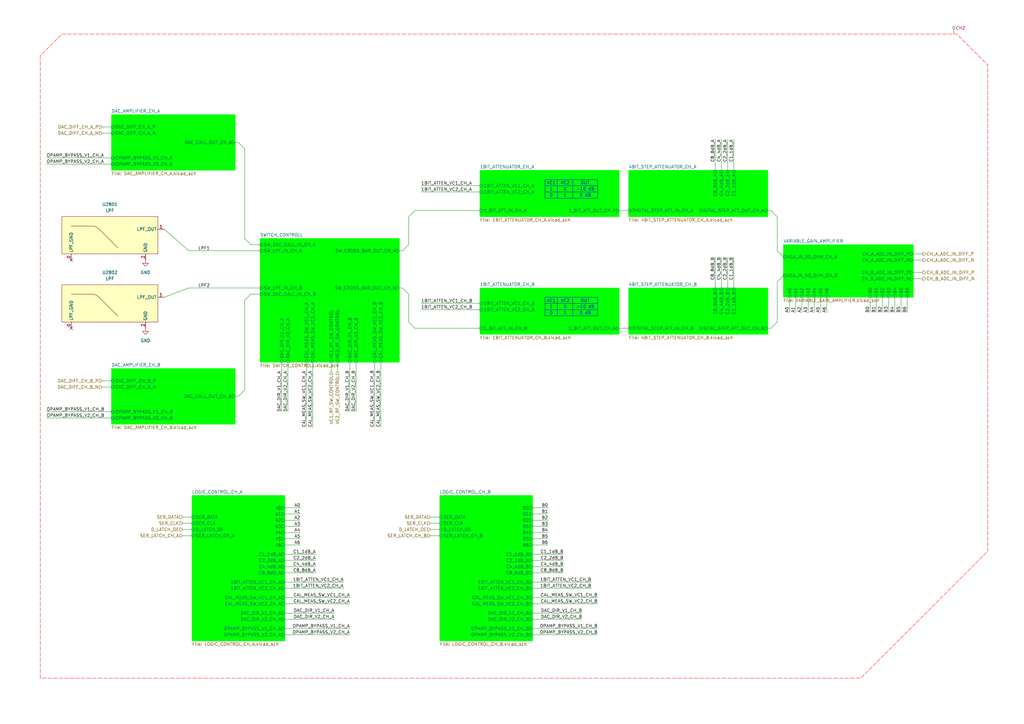
<source format=kicad_sch>
(kicad_sch (version 20250114) (generator "eeschema") (generator_version "9.0")
  (paper "A3")
  (title_block (date "2025-04-16") (company "CERN") (comment 1 "Design by A. Jevtic"))
  (lib_symbols
    (symbol "LPF_MODULE:LPF_MODULE"
      (property "Reference" "U" (at 3.81 9.906 0))
      (property "Value" "LPF" (at 0 0 0))
      (symbol "LPF_MODULE_1_1"
        (rectangle (start -16.51 7.62) (end 22.86 -7.62) (fill (type background)))
        (bezier (pts (xy -3.81 3.81) (xy -3.81 3.81) (xy -2.54 3.81) (xy -1.27 2.54)))
        (polyline (pts (xy -3.81 3.81) (xy -12.7 3.81)))
        (polyline (pts (xy -1.27 2.54) (xy 6.35 -5.08)))
        (pin power_in line (at -12.7 -10.16 90) (length 2.54) (name "LPF_GND") (number "0"))
        (pin power_in line (at 17.78 -10.16 90) (length 2.54) (name "GND") (number "2"))
        (pin output line (at 25.4 2.54 180) (length 2.54) (name "LPF_OUT") (number "1"))
      )
    )
    (symbol "power:GND" (power) (pin_names (offset 0))
      (property "Value" "GND" (at 0 -3.81 0))
      (symbol "GND_0_1"
        (polyline (pts (xy 0 0) (xy 0 -1.27) (xy 1.27 -1.27) (xy 0 -2.54) (xy -1.27 -1.27) (xy 0 -1.27)))
      )
      (symbol "GND_1_1"
        (pin power_in line (at 0 0 270) (length 0) (hide yes) (name "GND") (number "1"))
      )
    )
  )
  (no_connect (at 29.21 134.62))
  (no_connect (at 29.21 106.68))
  (wire (pts (xy 314.96 86.36) (xy 316.23 86.36)))
  (wire (pts (xy 143.51 148.59) (xy 143.51 168.91)))
  (wire (pts (xy 316.23 86.36) (xy 318.77 88.9)))
  (wire (pts (xy 218.44 254) (xy 238.76 254)))
  (wire (pts (xy 331.47 121.92) (xy 331.47 128.27)))
  (wire (pts (xy 314.96 134.62) (xy 316.23 134.62)))
  (wire (pts (xy 218.44 247.65) (xy 245.11 247.65)))
  (wire (pts (xy 135.89 148.59) (xy 135.89 152.4)))
  (wire (pts (xy 218.44 213.36) (xy 224.79 213.36)))
  (wire (pts (xy 45.72 168.91) (xy 19.05 168.91)))
  (wire (pts (xy 318.77 115.57) (xy 318.77 132.08)))
  (wire (pts (xy 102.87 120.65) (xy 100.33 123.19)))
  (wire (pts (xy 156.21 148.59) (xy 156.21 175.26)))
  (wire (pts (xy 116.84 232.41) (xy 129.54 232.41)))
  (wire (pts (xy 102.87 100.33) (xy 100.33 97.79)))
  (wire (pts (xy 128.27 148.59) (xy 128.27 175.26)))
  (wire (pts (xy 196.85 127) (xy 172.72 127)))
  (wire (pts (xy 74.93 214.63) (xy 78.74 214.63)))
  (wire (pts (xy 77.47 102.87) (xy 106.68 102.87)))
  (wire (pts (xy 74.93 219.71) (xy 78.74 219.71)))
  (wire (pts (xy 326.39 121.92) (xy 326.39 128.27)))
  (wire (pts (xy 41.91 52.07) (xy 45.72 52.07)))
  (wire (pts (xy 218.44 210.82) (xy 224.79 210.82)))
  (wire (pts (xy 176.53 217.17) (xy 180.34 217.17)))
  (wire (pts (xy 293.37 69.85) (xy 293.37 57.15)))
  (wire (pts (xy 218.44 251.46) (xy 238.76 251.46)))
  (wire (pts (xy 218.44 227.33) (xy 231.14 227.33)))
  (wire (pts (xy 138.43 148.59) (xy 138.43 152.4)))
  (wire (pts (xy 116.84 260.35) (xy 143.51 260.35)))
  (wire (pts (xy 100.33 60.96) (xy 97.79 58.42)))
  (wire (pts (xy 41.91 54.61) (xy 45.72 54.61)))
  (wire (pts (xy 100.33 160.02) (xy 97.79 162.56)))
  (wire (pts (xy 300.99 118.11) (xy 300.99 105.41)))
  (wire (pts (xy 116.84 210.82) (xy 123.19 210.82)))
  (wire (pts (xy 167.64 100.33) (xy 167.64 88.9)))
  (wire (pts (xy 74.93 212.09) (xy 78.74 212.09)))
  (wire (pts (xy 218.44 257.81) (xy 245.11 257.81)))
  (wire (pts (xy 356.87 121.92) (xy 356.87 128.27)))
  (wire (pts (xy 321.31 105.41) (xy 318.77 102.87)))
  (wire (pts (xy 146.05 148.59) (xy 146.05 168.91)))
  (wire (pts (xy 218.44 223.52) (xy 224.79 223.52)))
  (wire (pts (xy 96.52 162.56) (xy 97.79 162.56)))
  (wire (pts (xy 176.53 212.09) (xy 180.34 212.09)))
  (wire (pts (xy 170.18 134.62) (xy 196.85 134.62)))
  (wire (pts (xy 115.57 148.59) (xy 115.57 168.91)))
  (wire (pts (xy 196.85 78.74) (xy 172.72 78.74)))
  (wire (pts (xy 339.09 121.92) (xy 339.09 128.27)))
  (wire (pts (xy 116.84 254) (xy 137.16 254)))
  (wire (pts (xy 196.85 76.2) (xy 172.72 76.2)))
  (wire (pts (xy 116.84 238.76) (xy 140.97 238.76)))
  (wire (pts (xy 116.84 220.98) (xy 123.19 220.98)))
  (wire (pts (xy 361.95 121.92) (xy 361.95 128.27)))
  (wire (pts (xy 218.44 232.41) (xy 231.14 232.41)))
  (wire (pts (xy 323.85 121.92) (xy 323.85 128.27)))
  (wire (pts (xy 77.47 118.11) (xy 106.68 118.11)))
  (wire (pts (xy 369.57 121.92) (xy 369.57 128.27)))
  (wire (pts (xy 218.44 234.95) (xy 231.14 234.95)))
  (wire (pts (xy 298.45 118.11) (xy 298.45 105.41)))
  (wire (pts (xy 318.77 88.9) (xy 318.77 102.87)))
  (wire (pts (xy 218.44 215.9) (xy 224.79 215.9)))
  (wire (pts (xy 336.55 121.92) (xy 336.55 128.27)))
  (wire (pts (xy 116.84 241.3) (xy 140.97 241.3)))
  (wire (pts (xy 106.68 100.33) (xy 102.87 100.33)))
  (wire (pts (xy 218.44 208.28) (xy 224.79 208.28)))
  (wire (pts (xy 359.41 121.92) (xy 359.41 128.27)))
  (wire (pts (xy 100.33 97.79) (xy 100.33 60.96)))
  (wire (pts (xy 100.33 123.19) (xy 100.33 160.02)))
  (wire (pts (xy 163.83 118.11) (xy 165.1 118.11)))
  (wire (pts (xy 41.91 156.21) (xy 45.72 156.21)))
  (wire (pts (xy 298.45 69.85) (xy 298.45 57.15)))
  (wire (pts (xy 96.52 58.42) (xy 97.79 58.42)))
  (wire (pts (xy 254 86.36) (xy 257.81 86.36)))
  (wire (pts (xy 77.47 102.87) (xy 67.31 93.98)))
  (wire (pts (xy 153.67 148.59) (xy 153.67 175.26)))
  (wire (pts (xy 167.64 120.65) (xy 167.64 132.08)))
  (wire (pts (xy 218.44 220.98) (xy 224.79 220.98)))
  (wire (pts (xy 170.18 86.36) (xy 196.85 86.36)))
  (wire (pts (xy 295.91 118.11) (xy 295.91 105.41)))
  (wire (pts (xy 218.44 229.87) (xy 231.14 229.87)))
  (wire (pts (xy 218.44 238.76) (xy 242.57 238.76)))
  (wire (pts (xy 74.93 217.17) (xy 78.74 217.17)))
  (wire (pts (xy 321.31 113.03) (xy 318.77 115.57)))
  (wire (pts (xy 165.1 102.87) (xy 167.64 100.33)))
  (wire (pts (xy 116.84 245.11) (xy 143.51 245.11)))
  (wire (pts (xy 116.84 251.46) (xy 137.16 251.46)))
  (wire (pts (xy 163.83 102.87) (xy 165.1 102.87)))
  (wire (pts (xy 334.01 121.92) (xy 334.01 128.27)))
  (wire (pts (xy 176.53 219.71) (xy 180.34 219.71)))
  (wire (pts (xy 196.85 124.46) (xy 172.72 124.46)))
  (wire (pts (xy 116.84 229.87) (xy 129.54 229.87)))
  (wire (pts (xy 218.44 241.3) (xy 242.57 241.3)))
  (wire (pts (xy 218.44 260.35) (xy 245.11 260.35)))
  (wire (pts (xy 167.64 132.08) (xy 170.18 134.62)))
  (wire (pts (xy 116.84 208.28) (xy 123.19 208.28)))
  (wire (pts (xy 125.73 148.59) (xy 125.73 175.26)))
  (wire (pts (xy 254 134.62) (xy 257.81 134.62)))
  (wire (pts (xy 295.91 69.85) (xy 295.91 57.15)))
  (wire (pts (xy 116.84 227.33) (xy 129.54 227.33)))
  (wire (pts (xy 116.84 218.44) (xy 123.19 218.44)))
  (wire (pts (xy 318.77 132.08) (xy 316.23 134.62)))
  (wire (pts (xy 328.93 121.92) (xy 328.93 128.27)))
  (wire (pts (xy 118.11 148.59) (xy 118.11 168.91)))
  (wire (pts (xy 372.11 121.92) (xy 372.11 128.27)))
  (wire (pts (xy 165.1 118.11) (xy 167.64 120.65)))
  (wire (pts (xy 116.84 234.95) (xy 129.54 234.95)))
  (wire (pts (xy 300.99 69.85) (xy 300.99 57.15)))
  (wire (pts (xy 116.84 223.52) (xy 123.19 223.52)))
  (wire (pts (xy 116.84 213.36) (xy 123.19 213.36)))
  (wire (pts (xy 218.44 245.11) (xy 245.11 245.11)))
  (wire (pts (xy 374.65 114.3) (xy 378.46 114.3)))
  (wire (pts (xy 116.84 215.9) (xy 123.19 215.9)))
  (wire (pts (xy 176.53 214.63) (xy 180.34 214.63)))
  (wire (pts (xy 116.84 247.65) (xy 143.51 247.65)))
  (wire (pts (xy 67.31 121.92) (xy 77.47 118.11)))
  (wire (pts (xy 293.37 118.11) (xy 293.37 105.41)))
  (wire (pts (xy 374.65 104.14) (xy 378.46 104.14)))
  (wire (pts (xy 374.65 111.76) (xy 378.46 111.76)))
  (wire (pts (xy 167.64 88.9) (xy 170.18 86.36)))
  (wire (pts (xy 367.03 121.92) (xy 367.03 128.27)))
  (wire (pts (xy 102.87 120.65) (xy 106.68 120.65)))
  (wire (pts (xy 116.84 257.81) (xy 143.51 257.81)))
  (wire (pts (xy 218.44 218.44) (xy 224.79 218.44)))
  (wire (pts (xy 45.72 171.45) (xy 19.05 171.45)))
  (wire (pts (xy 45.72 64.77) (xy 19.05 64.77)))
  (wire (pts (xy 41.91 158.75) (xy 45.72 158.75)))
  (wire (pts (xy 364.49 121.92) (xy 364.49 128.27)))
  (wire (pts (xy 374.65 106.68) (xy 378.46 106.68)))
  (wire (pts (xy 45.72 67.31) (xy 19.05 67.31)))
  (table (column_count 3) (border (external yes) (header yes) (stroke (width 0) (color 0 0 255 1))) (separators (rows yes) (cols yes) (stroke (width 0) (color 0 0 255 1))) (column_widths 5.08 6.35 10.16) (row_heights 2.54 2.54 2.54) (cells (table_cell "VC1" (at 223.52 121.92 0) (size 5.08 2.54) (margins 0.9525 0.9525 0.9525 0.9525) (span 1 1)) (table_cell "VC2" (at 228.6 121.92 0) (size 6.35 2.54) (margins 0.9525 0.9525 0.9525 0.9525) (span 1 1)) (table_cell "OUT" (at 234.95 121.92 0) (size 10.16 2.54) (margins 0.9525 0.9525 0.9525 0.9525) (span 1 1)) (table_cell "1" (at 223.52 124.46 0) (size 5.08 2.54) (margins 0.9525 0.9525 0.9525 0.9525) (span 1 1)) (table_cell "0" (at 228.6 124.46 0) (size 6.35 2.54) (margins 0.9525 0.9525 0.9525 0.9525) (span 1 1)) (table_cell "-10 dB" (at 234.95 124.46 0) (size 10.16 2.54) (margins 0.9525 0.9525 0.9525 0.9525) (span 1 1)) (table_cell "0" (at 223.52 127 0) (size 5.08 2.54) (margins 0.9525 0.9525 0.9525 0.9525) (span 1 1)) (table_cell "1" (at 228.6 127 0) (size 6.35 2.54) (margins 0.9525 0.9525 0.9525 0.9525) (span 1 1)) (table_cell "0 dB" (at 234.95 127 0) (size 10.16 2.54) (margins 0.9525 0.9525 0.9525 0.9525) (span 1 1))))
  (table (column_count 3) (border (external yes) (header yes) (stroke (width 0) (color 0 0 255 1))) (separators (rows yes) (cols yes) (stroke (width 0) (color 0 0 255 1))) (column_widths 5.08 6.35 10.16) (row_heights 2.54 2.54 2.54) (cells (table_cell "VC1" (at 223.52 73.66 0) (size 5.08 2.54) (margins 0.9525 0.9525 0.9525 0.9525) (span 1 1)) (table_cell "VC2" (at 228.6 73.66 0) (size 6.35 2.54) (margins 0.9525 0.9525 0.9525 0.9525) (span 1 1)) (table_cell "OUT" (at 234.95 73.66 0) (size 10.16 2.54) (margins 0.9525 0.9525 0.9525 0.9525) (span 1 1)) (table_cell "1" (at 223.52 76.2 0) (size 5.08 2.54) (margins 0.9525 0.9525 0.9525 0.9525) (span 1 1)) (table_cell "0" (at 228.6 76.2 0) (size 6.35 2.54) (margins 0.9525 0.9525 0.9525 0.9525) (span 1 1)) (table_cell "-10 dB" (at 234.95 76.2 0) (size 10.16 2.54) (margins 0.9525 0.9525 0.9525 0.9525) (span 1 1)) (table_cell "0" (at 223.52 78.74 0) (size 5.08 2.54) (margins 0.9525 0.9525 0.9525 0.9525) (span 1 1)) (table_cell "1" (at 228.6 78.74 0) (size 6.35 2.54) (margins 0.9525 0.9525 0.9525 0.9525) (span 1 1)) (table_cell "0 dB" (at 234.95 78.74 0) (size 10.16 2.54) (margins 0.9525 0.9525 0.9525 0.9525) (span 1 1))))
  (label "CAL_MEAS_SW_VC1_CH_B" (at 153.67 175.26 90))
  (label "A0" (at 323.85 128.27 90))
  (label "1BIT_ATTEN_VC2_CH_A" (at 140.97 241.3 180))
  (label "B6" (at 372.11 128.27 90))
  (label "A6" (at 339.09 128.27 90))
  (label "B2" (at 224.79 213.36 180))
  (label "LPF2" (at 81.28 118.11 0))
  (label "B2" (at 361.95 128.27 90))
  (label "CAL_MEAS_SW_VC1_CH_A" (at 143.51 245.11 180))
  (label "B0" (at 224.79 208.28 180))
  (label "DAC_DIR_V1_CH_A" (at 115.57 168.91 90))
  (label "C1_1dB_A" (at 129.54 227.33 180))
  (label "A5" (at 123.19 220.98 180))
  (label "A6" (at 123.19 223.52 180))
  (label "DAC_DIR_V1_CH_A" (at 137.16 251.46 180))
  (label "B1" (at 224.79 210.82 180))
  (label "DAC_DIR_V2_CH_B" (at 238.76 254 180))
  (label "C1_1dB_B" (at 231.14 227.33 180))
  (label "A2" (at 123.19 213.36 180))
  (label "OPAMP_BYPASS_V1_CH_A" (at 143.51 257.81 180))
  (label "A3" (at 331.47 128.27 90))
  (label "C1_1dB_B" (at 300.99 105.41 270))
  (label "OPAMP_BYPASS_V2_CH_B" (at 19.05 171.45 0))
  (label "1BIT_ATTEN_VC1_CH_A" (at 140.97 238.76 180))
  (label "A4" (at 334.01 128.27 90))
  (label "A1" (at 326.39 128.27 90))
  (label "1BIT_ATTEN_VC1_CH_B" (at 242.57 238.76 180))
  (label "OPAMP_BYPASS_V1_CH_B" (at 19.05 168.91 0))
  (label "OPAMP_BYPASS_V1_CH_A" (at 19.05 64.77 0))
  (label "A2" (at 328.93 128.27 90))
  (label "B4" (at 367.03 128.27 90))
  (label "DAC_DIR_V2_CH_B" (at 146.05 168.91 90))
  (label "C2_2dB_B" (at 231.14 229.87 180))
  (label "C4_4dB_A" (at 129.54 232.41 180))
  (label "C4_4dB_A" (at 295.91 57.15 270))
  (label "OPAMP_BYPASS_V2_CH_A" (at 143.51 260.35 180))
  (label "C8_8dB_B" (at 231.14 234.95 180))
  (label "OPAMP_BYPASS_V2_CH_A" (at 19.05 67.31 0))
  (label "OPAMP_BYPASS_V2_CH_B" (at 245.11 260.35 180))
  (label "C8_8dB_A" (at 129.54 234.95 180))
  (label "C2_2dB_B" (at 298.45 105.41 270))
  (label "B6" (at 224.79 223.52 180))
  (label "CAL_MEAS_SW_VC2_CH_B" (at 245.11 247.65 180))
  (label "B5" (at 369.57 128.27 90))
  (label "A3" (at 123.19 215.9 180))
  (label "B3" (at 224.79 215.9 180))
  (label "1BIT_ATTEN_VC1_CH_B" (at 172.72 124.46 0))
  (label "B5" (at 224.79 220.98 180))
  (label "C1_1dB_A" (at 300.99 57.15 270))
  (label "1BIT_ATTEN_VC1_CH_A" (at 172.72 76.2 0))
  (label "CAL_MEAS_SW_VC2_CH_A" (at 143.51 247.65 180))
  (label "DAC_DIR_V2_CH_A" (at 118.11 168.91 90))
  (label "1BIT_ATTEN_VC2_CH_A" (at 172.72 78.74 0))
  (label "B1" (at 359.41 128.27 90))
  (label "C2_2dB_A" (at 129.54 229.87 180))
  (label "DAC_DIR_V1_CH_B" (at 238.76 251.46 180))
  (label "A5" (at 336.55 128.27 90))
  (label "CAL_MEAS_SW_VC1_CH_A" (at 125.73 175.26 90))
  (label "1BIT_ATTEN_VC2_CH_B" (at 172.72 127 0))
  (label "B0" (at 356.87 128.27 90))
  (label "OPAMP_BYPASS_V1_CH_B" (at 245.11 257.81 180))
  (label "C8_8dB_B" (at 293.37 105.41 270))
  (label "A0" (at 123.19 208.28 180))
  (label "C8_8dB_A" (at 293.37 57.15 270))
  (label "C4_4dB_B" (at 295.91 105.41 270))
  (label "CAL_MEAS_SW_VC2_CH_A" (at 128.27 175.26 90))
  (label "A4" (at 123.19 218.44 180))
  (label "DAC_DIR_V1_CH_B" (at 143.51 168.91 90))
  (label "LPF1" (at 81.28 102.87 0))
  (label "CAL_MEAS_SW_VC2_CH_B" (at 156.21 175.26 90))
  (label "A1" (at 123.19 210.82 180))
  (label "C2_2dB_A" (at 298.45 57.15 270))
  (label "C4_4dB_B" (at 231.14 232.41 180))
  (label "B3" (at 364.49 128.27 90))
  (label "DAC_DIR_V2_CH_A" (at 137.16 254 180))
  (label "1BIT_ATTEN_VC2_CH_B" (at 242.57 241.3 180))
  (label "CAL_MEAS_SW_VC1_CH_B" (at 245.11 245.11 180))
  (label "B4" (at 224.79 218.44 180))
  (hierarchical_label "DAC_DIFF_CH_B_P" (shape input) (at 41.91 156.21 180))
  (hierarchical_label "DAC_DIFF_CH_B_N" (shape input) (at 41.91 158.75 180))
  (hierarchical_label "SER_CLK" (shape input) (at 74.93 214.63 180))
  (hierarchical_label "VC2_RF_SW_CONTROL" (shape input) (at 138.43 152.4 270))
  (hierarchical_label "CH_B_ADC_IN_DIFF_P" (shape output) (at 378.46 111.76 0))
  (hierarchical_label "CH_A_ADC_IN_DIFF_N" (shape output) (at 378.46 106.68 0))
  (hierarchical_label "SER_LATCH_CH_B" (shape input) (at 176.53 219.71 180))
  (hierarchical_label "DAC_DIFF_CH_A_N" (shape input) (at 41.91 54.61 180))
  (hierarchical_label "SER_CLK" (shape input) (at 176.53 214.63 180))
  (hierarchical_label "CH_A_ADC_IN_DIFF_P" (shape output) (at 378.46 104.14 0))
  (hierarchical_label "D_LATCH_OE" (shape input) (at 176.53 217.17 180))
  (hierarchical_label "SER_DATA" (shape input) (at 74.93 212.09 180))
  (hierarchical_label "CH_B_ADC_IN_DIFF_N" (shape output) (at 378.46 114.3 0))
  (hierarchical_label "SER_DATA" (shape input) (at 176.53 212.09 180))
  (hierarchical_label "SER_LATCH_CH_A" (shape input) (at 74.93 219.71 180))
  (hierarchical_label "D_LATCH_OE" (shape input) (at 74.93 217.17 180))
  (hierarchical_label "VC1_RF_SW_CONTROL" (shape input) (at 135.89 152.4 270))
  (hierarchical_label "DAC_DIFF_CH_A_P" (shape input) (at 41.91 52.07 180))
  (rule_area (polyline (pts (xy 16.51 22.86) (xy 16.51 278.13) (xy 353.06 278.13) (xy 405.13 226.06) (xy 405.13 26.67) (xy 392.43 13.97) (xy 25.4 13.97)) (stroke (width 0) (type dash))))
  (netclass_flag "" (length 2.54) (shape round) (at 391.16 13.97 0) (property "Component Class" "CH2" (at 391.8585 11.43 0) (effects (font (italic yes)) (justify left))))
  (symbol (lib_id "power:GND") (at 59.69 134.62 0) (unit 1)
    (property "Reference" "#PWR02802" (effects (hide yes)))
    (property "Value" "GND" (at 59.69 139.7 0))
    (property "Description" "Power symbol creates a global label with name \"GND\" , ground" (effects (hide yes)))
  )
  (symbol (lib_id "power:GND") (at 59.69 106.68 0) (unit 1)
    (property "Reference" "#PWR02801" (effects (hide yes)))
    (property "Value" "GND" (at 59.69 111.76 0))
    (property "Description" "Power symbol creates a global label with name \"GND\" , ground" (effects (hide yes)))
  )
  (symbol (lib_id "LPF_MODULE:LPF_MODULE") (at 41.91 124.46 0) (unit 1)
    (property "Reference" "U2802" (at 45.085 111.76 0))
    (property "Value" "LPF" (at 45.085 114.3 0))
    (property "Footprint" "LPF_MODULE:LPF_MODULE" (effects (hide yes)))
  )
  (symbol (lib_id "LPF_MODULE:LPF_MODULE") (at 41.91 96.52 0) (unit 1)
    (property "Reference" "U2801" (at 45.085 83.82 0))
    (property "Value" "LPF" (at 45.085 86.36 0))
    (property "Footprint" "LPF_MODULE:LPF_MODULE" (effects (hide yes)))
  )
  (sheet (at 257.81 69.85) (size 57.15 19.05) (stroke (width 0.1524) (color 0 255 0 1)) (fill (color 0 255 0 1.0000))
    (property "Sheetname" "4BIT_STEP_ATTENUATOR_CH_A" (at 257.81 69.1384 0) (effects (justify left bottom)))
    (property "Sheetfile" "4BIT_STEP_ATTENUATOR_CH_A.kicad_sch" (at 257.81 89.4846 0) (effects (justify left top)))
    (pin "DIGITAL_STEP_ATT_IN_CH_A" input (at 257.81 86.36 180))
    (pin "C8_8dB_A" input (at 293.37 69.85 90))
    (pin "C2_2dB_A" input (at 298.45 69.85 90))
    (pin "C1_1dB_A" input (at 300.99 69.85 90))
    (pin "C4_4dB_A" input (at 295.91 69.85 90))
    (pin "DIGITAL_STEP_ATT_OUT_CH_A" output (at 314.96 86.36 0))
  )
  (sheet (at 180.34 203.2) (size 38.1 59.69) (stroke (width 0.1524) (color 0 255 0 1)) (fill (color 0 255 0 1.0000))
    (property "Sheetname" "LOGIC_CONTROL_CH_B" (at 180.34 202.4884 0) (effects (justify left bottom)))
    (property "Sheetfile" "LOGIC_CONTROL_CH_B.kicad_sch" (at 180.34 263.4746 0) (effects (justify left top)))
    (pin "SER_DATA" input (at 180.34 212.09 180))
    (pin "SER_CLK" input (at 180.34 214.63 180))
    (pin "D_LATCH_OE" input (at 180.34 217.17 180))
    (pin "DAC_DIR_V2_CH_B" output (at 218.44 254 0))
    (pin "C4_4dB_B" output (at 218.44 232.41 0))
    (pin "C1_1dB_B" output (at 218.44 227.33 0))
    (pin "DAC_DIR_V1_CH_B" output (at 218.44 251.46 0))
    (pin "B0" output (at 218.44 208.28 0))
    (pin "B6" output (at 218.44 223.52 0))
    (pin "B3" output (at 218.44 220.98 0))
    (pin "B1" output (at 218.44 210.82 0))
    (pin "B2" output (at 218.44 213.36 0))
    (pin "B4" output (at 218.44 218.44 0))
    (pin "1BIT_ATTEN_VC2_CH_B" output (at 218.44 241.3 0))
    (pin "C8_8dB_B" output (at 218.44 234.95 0))
    (pin "B5" output (at 218.44 215.9 0))
    (pin "1BIT_ATTEN_VC1_CH_B" output (at 218.44 238.76 0))
    (pin "CAL_MEAS_SW_VC2_CH_B" output (at 218.44 247.65 0))
    (pin "SER_LATCH_CH_B" input (at 180.34 219.71 180))
    (pin "C2_2dB_B" output (at 218.44 229.87 0))
    (pin "CAL_MEAS_SW_VC1_CH_B" output (at 218.44 245.11 0))
    (pin "OPAMP_BYPASS_V1_CH_B" output (at 218.44 257.81 0))
    (pin "OPAMP_BYPASS_V2_CH_B" output (at 218.44 260.35 0))
  )
  (sheet (at 45.72 46.99) (size 50.8 22.86) (stroke (width 0.1524) (color 0 255 0 1)) (fill (color 0 255 0 1.0000))
    (property "Sheetname" "DAC_AMPLIFIER_CH_A" (at 45.72 46.2784 0) (effects (justify left bottom)))
    (property "Sheetfile" "DAC_AMPLIFIER_CH_A.kicad_sch" (at 45.72 70.4346 0) (effects (justify left top)))
    (pin "DAC_DIFF_CH_A_P" input (at 45.72 52.07 180))
    (pin "DAC_DIFF_CH_A_N" input (at 45.72 54.61 180))
    (pin "OPAMP_BYPASS_V2_CH_A" input (at 45.72 67.31 180))
    (pin "OPAMP_BYPASS_V1_CH_A" input (at 45.72 64.77 180))
    (pin "DAC_CALL_OUT_CH_A" output (at 96.52 58.42 0))
  )
  (sheet (at 196.85 118.11) (size 57.15 19.05) (stroke (width 0.1524) (color 0 255 0 1)) (fill (color 0 255 0 1.0000))
    (property "Sheetname" "1BIT_ATTENUATOR_CH_B" (at 196.85 117.3984 0) (effects (justify left bottom)))
    (property "Sheetfile" "1BIT_ATTENUATOR_CH_B.kicad_sch" (at 196.85 137.7446 0) (effects (justify left top)))
    (pin "1_BIT_ATT_IN_CH_B" input (at 196.85 134.62 180))
    (pin "1_BIT_ATT_OUT_CH_A" output (at 254 134.62 0))
    (pin "1BIT_ATTEN_VC1_CH_B" input (at 196.85 124.46 180))
    (pin "1BIT_ATTEN_VC2_CH_B" input (at 196.85 127 180))
  )
  (sheet (at 106.68 97.79) (size 57.15 50.8) (stroke (width 0.1524) (color 0 255 0 1)) (fill (color 0 255 0 1.0000))
    (property "Sheetname" "SWITCH_CONTROLL" (at 106.68 97.0784 0) (effects (justify left bottom)))
    (property "Sheetfile" "SWITCH_CONTROLL.kicad_sch" (at 106.68 149.1746 0) (effects (justify left top)))
    (pin "CAL_MEAS_SW_VC2_CH_A" input (at 128.27 148.59 270))
    (pin "SW_CROSS_BAR_OUT_CH_B" output (at 163.83 118.11 0))
    (pin "SW_CROSS_BAR_OUT_CH_A" output (at 163.83 102.87 0))
    (pin "SW_DAC_CALL_IN_CH_A" input (at 106.68 100.33 180))
    (pin "DAC_DIR_V2_CH_B" input (at 146.05 148.59 270))
    (pin "CAL_MEAS_SW_VC1_CH_A" input (at 125.73 148.59 270))
    (pin "CAL_MEAS_SW_VC2_CH_B" input (at 156.21 148.59 270))
    (pin "SW_DAC_CALL_IN_CH_B" input (at 106.68 120.65 180))
    (pin "DAC_DIR_V2_CH_A" input (at 118.11 148.59 270))
    (pin "DAC_DIR_V1_CH_A" input (at 115.57 148.59 270))
    (pin "CAL_MEAS_SW_VC1_CH_B" input (at 153.67 148.59 270))
    (pin "DAC_DIR_V1_CH_B" input (at 143.51 148.59 270))
    (pin "VC2_RF_SW_CONTROL" input (at 138.43 148.59 270))
    (pin "VC1_RF_SW_CONTROL" input (at 135.89 148.59 270))
    (pin "SW_LPF_IN_CH_A" input (at 106.68 102.87 180))
    (pin "SW_LPF_IN_CH_B" input (at 106.68 118.11 180))
  )
  (sheet (at 257.81 118.11) (size 57.15 19.05) (stroke (width 0.1524) (color 0 255 0 1)) (fill (color 0 255 0 1.0000))
    (property "Sheetname" "4BIT_STEP_ATTENUATOR_CH_B" (at 257.81 117.3984 0) (effects (justify left bottom)))
    (property "Sheetfile" "4BIT_STEP_ATTENUATOR_CH_B.kicad_sch" (at 257.81 137.7446 0) (effects (justify left top)))
    (pin "DIGITAL_STEP_ATT_OUT_CH_B" output (at 314.96 134.62 0))
    (pin "DIGITAL_STEP_ATT_IN_CH_B" input (at 257.81 134.62 180))
    (pin "C8_8dB_B" input (at 293.37 118.11 90))
    (pin "C2_2dB_B" input (at 298.45 118.11 90))
    (pin "C1_1dB_B" input (at 300.99 118.11 90))
    (pin "C4_4dB_B" input (at 295.91 118.11 90))
  )
  (sheet (at 196.85 69.85) (size 57.15 19.05) (stroke (width 0.1524) (color 0 255 0 1)) (fill (color 0 255 0 1.0000))
    (property "Sheetname" "1BIT_ATTENUATOR_CH_A" (at 196.85 69.1384 0) (effects (justify left bottom)))
    (property "Sheetfile" "1BIT_ATTENUATOR_CH_A.kicad_sch" (at 196.85 89.4846 0) (effects (justify left top)))
    (pin "1_BIT_ATT_OUT_CH_A" output (at 254 86.36 0))
    (pin "1BIT_ATTEN_VC1_CH_A" input (at 196.85 76.2 180))
    (pin "1BIT_ATTEN_VC2_CH_A" input (at 196.85 78.74 180))
    (pin "1_BIT_ATT_IN_CH_A" input (at 196.85 86.36 180))
  )
  (sheet (at 45.72 151.13) (size 50.8 22.86) (stroke (width 0.1524) (color 0 255 0 1)) (fill (color 0 255 0 1.0000))
    (property "Sheetname" "DAC_AMPLIFIER_CH_B" (at 45.72 150.4184 0) (effects (justify left bottom)))
    (property "Sheetfile" "DAC_AMPLIFIER_CH_B.kicad_sch" (at 45.72 174.5746 0) (effects (justify left top)))
    (pin "DAC_DIFF_CH_B_P" input (at 45.72 156.21 180))
    (pin "DAC_DIFF_CH_B_N" input (at 45.72 158.75 180))
    (pin "OPAMP_BYPASS_V2_CH_B" input (at 45.72 171.45 180))
    (pin "OPAMP_BYPASS_V1_CH_B" input (at 45.72 168.91 180))
    (pin "DAC_CALL_OUT_CH_B" output (at 96.52 162.56 0))
  )
  (sheet (at 321.31 100.33) (size 53.34 21.59) (stroke (width 0.1524) (color 0 255 0 1)) (fill (color 0 255 0 1.0000))
    (property "Sheetname" "VARIABLE_GAIN_AMPLIFIER" (at 321.31 99.6184 0) (effects (justify left bottom)))
    (property "Sheetfile" "VARIABLE_GAIN_AMPLIFIER.kicad_sch" (at 321.31 122.5046 0) (effects (justify left top)))
    (pin "CH_A_ADC_IN_DIFF_N" output (at 374.65 106.68 0))
    (pin "VGA_IN_50_OHM_CH_B" input (at 321.31 113.03 180))
    (pin "CH_B_ADC_IN_DIFF_N" output (at 374.65 114.3 0))
    (pin "CH_B_ADC_IN_DIFF_P" output (at 374.65 111.76 0))
    (pin "CH_A_ADC_IN_DIFF_P" output (at 374.65 104.14 0))
    (pin "VGA_IN_50_OHM_CH_A" input (at 321.31 105.41 180))
    (pin "B2" input (at 361.95 121.92 270))
    (pin "B0" input (at 356.87 121.92 270))
    (pin "B1" input (at 359.41 121.92 270))
    (pin "A3" input (at 331.47 121.92 270))
    (pin "A5" input (at 336.55 121.92 270))
    (pin "B5" input (at 369.57 121.92 270))
    (pin "A6" input (at 339.09 121.92 270))
    (pin "B6" input (at 372.11 121.92 270))
    (pin "A4" input (at 334.01 121.92 270))
    (pin "B4" input (at 367.03 121.92 270))
    (pin "A2" input (at 328.93 121.92 270))
    (pin "A0" input (at 323.85 121.92 270))
    (pin "A1" input (at 326.39 121.92 270))
    (pin "B3" input (at 364.49 121.92 270))
  )
  (sheet (at 78.74 203.2) (size 38.1 59.69) (stroke (width 0.1524) (color 0 255 0 1)) (fill (color 0 255 0 1.0000))
    (property "Sheetname" "LOGIC_CONTROL_CH_A" (at 78.74 202.4884 0) (effects (justify left bottom)))
    (property "Sheetfile" "LOGIC_CONTROL_CH_A.kicad_sch" (at 78.74 263.4746 0) (effects (justify left top)))
    (pin "SER_DATA" input (at 78.74 212.09 180))
    (pin "SER_LATCH_CH_A" input (at 78.74 219.71 180))
    (pin "SER_CLK" input (at 78.74 214.63 180))
    (pin "A0" output (at 116.84 208.28 0))
    (pin "A6" output (at 116.84 223.52 0))
    (pin "A1" output (at 116.84 210.82 0))
    (pin "A3" output (at 116.84 215.9 0))
    (pin "A5" output (at 116.84 220.98 0))
    (pin "A4" output (at 116.84 218.44 0))
    (pin "A2" output (at 116.84 213.36 0))
    (pin "C2_2dB_A" output (at 116.84 229.87 0))
    (pin "C4_4dB_A" output (at 116.84 232.41 0))
    (pin "C1_1dB_A" output (at 116.84 227.33 0))
    (pin "C8_8dB_A" output (at 116.84 234.95 0))
    (pin "D_LATCH_OE" input (at 78.74 217.17 180))
    (pin "1BIT_ATTEN_VC2_CH_A" output (at 116.84 241.3 0))
    (pin "1BIT_ATTEN_VC1_CH_A" output (at 116.84 238.76 0))
    (pin "CAL_MEAS_SW_VC1_CH_A" output (at 116.84 245.11 0))
    (pin "CAL_MEAS_SW_VC2_CH_A" output (at 116.84 247.65 0))
    (pin "DAC_DIR_V2_CH_A" output (at 116.84 254 0))
    (pin "DAC_DIR_V1_CH_A" output (at 116.84 251.46 0))
    (pin "OPAMP_BYPASS_V2_CH_A" output (at 116.84 260.35 0))
    (pin "OPAMP_BYPASS_V1_CH_A" output (at 116.84 257.81 0))
  )
)
</source>
